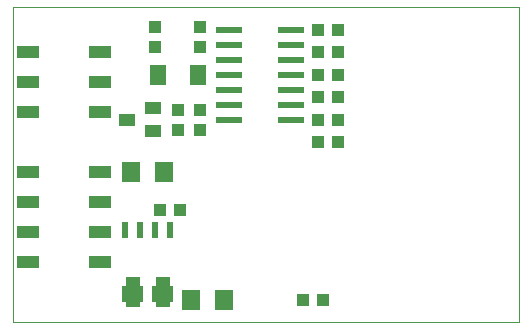
<source format=gtp>
G75*
%MOIN*%
%OFA0B0*%
%FSLAX25Y25*%
%IPPOS*%
%LPD*%
%AMOC8*
5,1,8,0,0,1.08239X$1,22.5*
%
%ADD10C,0.00000*%
%ADD11R,0.06299X0.07087*%
%ADD12R,0.04331X0.03937*%
%ADD13R,0.03937X0.04331*%
%ADD14R,0.08661X0.02362*%
%ADD15R,0.05512X0.07087*%
%ADD16R,0.05512X0.03937*%
%ADD17R,0.07500X0.04000*%
%ADD18R,0.02362X0.05512*%
%ADD19R,0.05000X0.10000*%
D10*
X0001500Y0021602D02*
X0001500Y0126562D01*
X0170201Y0126562D01*
X0170201Y0021602D01*
X0001500Y0021602D01*
D11*
X0060988Y0029102D03*
X0072012Y0029102D03*
X0052012Y0071602D03*
X0040988Y0071602D03*
D12*
X0050654Y0059102D03*
X0057346Y0059102D03*
X0056500Y0085755D03*
X0064000Y0085755D03*
X0064000Y0092448D03*
X0056500Y0092448D03*
X0049000Y0113255D03*
X0049000Y0119948D03*
X0064000Y0119948D03*
X0064000Y0113255D03*
X0103154Y0081602D03*
X0109846Y0081602D03*
D13*
X0109846Y0089102D03*
X0103154Y0089102D03*
X0103154Y0096602D03*
X0109846Y0096602D03*
X0109846Y0104102D03*
X0103154Y0104102D03*
X0103154Y0111602D03*
X0109846Y0111602D03*
X0109846Y0119102D03*
X0103154Y0119102D03*
X0104846Y0029102D03*
X0098154Y0029102D03*
D14*
X0094236Y0089102D03*
X0094236Y0094102D03*
X0094236Y0099102D03*
X0094236Y0104102D03*
X0094236Y0109102D03*
X0094236Y0114102D03*
X0094236Y0119102D03*
X0073764Y0119102D03*
X0073764Y0114102D03*
X0073764Y0109102D03*
X0073764Y0104102D03*
X0073764Y0099102D03*
X0073764Y0094102D03*
X0073764Y0089102D03*
D15*
X0063193Y0104102D03*
X0049807Y0104102D03*
D16*
X0048331Y0092842D03*
X0039669Y0089102D03*
X0048331Y0085361D03*
D17*
X0030500Y0091602D03*
X0030500Y0101602D03*
X0030500Y0111602D03*
X0006500Y0111602D03*
X0006500Y0101602D03*
X0006500Y0091602D03*
X0006500Y0071602D03*
X0006500Y0061602D03*
X0006500Y0051602D03*
X0006500Y0041602D03*
X0030500Y0041602D03*
X0030500Y0051602D03*
X0030500Y0061602D03*
X0030500Y0071602D03*
D18*
X0039000Y0052232D03*
X0044000Y0052232D03*
X0049000Y0052232D03*
X0054000Y0052232D03*
X0054000Y0030972D03*
X0049000Y0030972D03*
X0044000Y0030972D03*
X0039000Y0030972D03*
D19*
X0041500Y0031602D03*
X0051500Y0031602D03*
M02*

</source>
